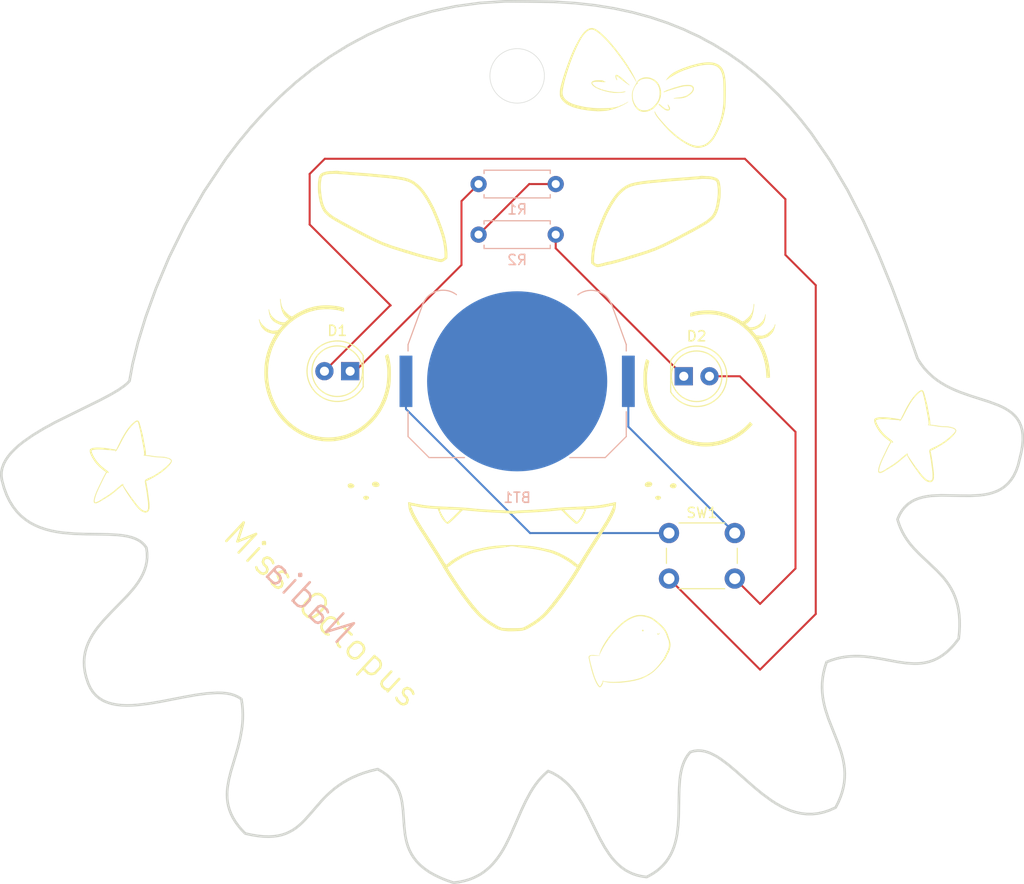
<source format=kicad_pcb>
(kicad_pcb (version 20241229) (generator "pcbnew") (generator_version "9.0")
  (layers (0 "F.Cu" signal) (2 "B.Cu" signal) (13 "F.Paste" user) (15 "B.Paste" user) (5 "F.SilkS" user "F.Silkscreen") (7 "B.SilkS" user "B.Silkscreen") (1 "F.Mask" user) (3 "B.Mask" user) (25 "Edge.Cuts" user))
  (net 0 "")
  (net 1 "Net-(BT1--)")
  (net 2 "Net-(BT1-+)")
  (net 3 "Net-(D1-K)")
  (net 4 "Net-(D2-K)")
  (net 5 "Net-(D1-A)")
  (footprint "LOGO" (layer "F.Cu") (at 164.5 106)
    (property "Reference" "G***" (hide yes))
    (property "Value" "LOGO" (hide yes))
  )
  (footprint "LOGO" (layer "F.Cu") (at 156 134)
    (property "Reference" "G***" (hide yes))
    (property "Value" "LOGO" (hide yes))
  )
  (footprint "LOGO" (layer "F.Cu") (at 159 91)
    (property "Reference" "G***" (hide yes))
    (property "Value" "LOGO" (hide yes))
  )
  (footprint "LOGO" (layer "F.Cu") (at 184.5 112)
    (property "Reference" "G***" (hide yes))
    (property "Value" "LOGO" (hide yes))
  )
  (footprint "LED_THT:LED_D5.0mm" (layer "F.Cu") (at 129 105.5 180)
    (property "Reference" "D1" (at 1.27 4 180) (layer "F.SilkS"))
    (property "Value" "LED")
    (pad "1" thru_hole rect (at 0 0 180) (size 1.8 1.8) (drill 0.9) (layers "*.Cu" "*.Mask") (net 3 "Net-(D1-K)"))
    (pad "2" thru_hole circle (at 2.54 0 180) (size 1.8 1.8) (drill 0.9) (layers "*.Cu" "*.Mask") (net 5 "Net-(D1-A)"))
  )
  (footprint "LOGO" (layer "F.Cu") (at 126.5 105.5)
    (property "Reference" "G***" (hide yes))
    (property "Value" "LOGO" (hide yes))
  )
  (footprint "Button_Switch_THT:SW_PUSH_6mm" (layer "F.Cu") (at 160.5 121.5)
    (property "Reference" "SW1" (at 3.25 -2 0) (layer "F.SilkS"))
    (property "Value" "SW_Push")
    (pad "1" thru_hole circle (at 0 0 90) (size 2 2) (drill 1.1) (layers "*.Cu" "*.Mask") (net 2 "Net-(BT1-+)"))
    (pad "1" thru_hole circle (at 6.5 0 90) (size 2 2) (drill 1.1) (layers "*.Cu" "*.Mask") (net 2 "Net-(BT1-+)"))
    (pad "2" thru_hole circle (at 0 4.5 90) (size 2 2) (drill 1.1) (layers "*.Cu" "*.Mask") (net 5 "Net-(D1-A)"))
    (pad "2" thru_hole circle (at 6.5 4.5 90) (size 2 2) (drill 1.1) (layers "*.Cu" "*.Mask") (net 5 "Net-(D1-A)"))
  )
  (footprint "LOGO" (layer "F.Cu") (at 132 90.5)
    (property "Reference" "G***" (hide yes))
    (property "Value" "LOGO" (hide yes))
  )
  (footprint "LED_THT:LED_D5.0mm" (layer "F.Cu") (at 161.96 106)
    (property "Reference" "D2" (at 1.27 -3.96 0) (layer "F.SilkS"))
    (property "Value" "LED")
    (pad "1" thru_hole rect (at 0 0) (size 1.8 1.8) (drill 0.9) (layers "*.Cu" "*.Mask") (net 4 "Net-(D2-K)"))
    (pad "2" thru_hole circle (at 2.54 0) (size 1.8 1.8) (drill 0.9) (layers "*.Cu" "*.Mask") (net 5 "Net-(D1-A)"))
  )
  (footprint "LOGO" (layer "F.Cu") (at 145 123.5)
    (property "Reference" "G***" (hide yes))
    (property "Value" "LOGO" (hide yes))
  )
  (footprint "LOGO" (layer "F.Cu") (at 157.5 78)
    (property "Reference" "G***" (hide yes))
    (property "Value" "LOGO" (hide yes))
  )
  (footprint "LOGO" (layer "F.Cu") (at 107 115)
    (property "Reference" "G***" (hide yes))
    (property "Value" "LOGO" (hide yes))
  )
  (footprint "Battery:BatteryHolder_Keystone_3034_1x20mm" (layer "B.Cu") (at 145.5 106.5)
    (property "Reference" "BT1" (at 0 11.5 0) (layer "B.SilkS") (effects (justify mirror)))
    (property "Value" "Battery_Cell")
    (pad "1" smd rect (at -10.985 0) (size 1.27 5.08) (layers "B.Cu" "B.Mask" "B.Paste") (net 2 "Net-(BT1-+)"))
    (pad "1" smd rect (at 10.985 0) (size 1.27 5.08) (layers "B.Cu" "B.Mask" "B.Paste") (net 2 "Net-(BT1-+)"))
    (pad "2" smd circle (at 0 0) (size 17.8 17.8) (layers "B.Cu" "B.Mask") (net 1 "Net-(BT1--)"))
  )
  (footprint "Resistor_THT:R_Axial_DIN0207_L6.3mm_D2.5mm_P7.62mm_Horizontal" (layer "B.Cu") (at 141.69 87)
    (property "Reference" "R1" (at 3.81 2.5 0) (layer "B.SilkS") (effects (justify mirror)))
    (property "Value" "R")
    (pad "1" thru_hole circle (at 0 0) (size 1.6 1.6) (drill 0.8) (layers "*.Cu" "*.Mask") (net 3 "Net-(D1-K)"))
    (pad "2" thru_hole oval (at 7.62 0) (size 1.6 1.6) (drill 0.8) (layers "*.Cu" "*.Mask") (net 1 "Net-(BT1--)"))
  )
  (footprint "Resistor_THT:R_Axial_DIN0207_L6.3mm_D2.5mm_P7.62mm_Horizontal" (layer "B.Cu") (at 149.31 92 180)
    (property "Reference" "R2" (at 3.81 -2.5 0) (layer "B.SilkS") (effects (justify mirror)))
    (property "Value" "R")
    (pad "1" thru_hole circle (at 0 0 180) (size 1.6 1.6) (drill 0.8) (layers "*.Cu" "*.Mask") (net 4 "Net-(D2-K)"))
    (pad "2" thru_hole oval (at 7.62 0 180) (size 1.6 1.6) (drill 0.8) (layers "*.Cu" "*.Mask") (net 1 "Net-(BT1--)"))
  )
  (gr_circle (center 145.5 76.307418) (end 148 77.307418) (stroke (width 0.05)) (fill no) (layer "Edge.Cuts"))
  (gr_poly (pts (xy 146.959308 68.956674) (xy 146.959331 68.956704) (xy 149.126006 68.987155) (xy 151.204578 69.112705) (xy 153.197559 69.330761) (xy 155.107458 69.63873) (xy 156.936787 70.034018) (xy 158.688056 70.514034) (xy 160.363778 71.076184) (xy 161.966461 71.717875) (xy 163.498618 72.436513) (xy 164.962759 73.229507) (xy 166.361396 74.094263) (xy 167.697038 75.028188) (xy 168.972198 76.028688) (xy 170.189385 77.093172) (xy 171.351111 78.219046) (xy 172.459886 79.403717) (xy 173.518222 80.644592) (xy 174.528629 81.939078) (xy 176.415701 84.678512) (xy 178.14119 87.601273) (xy 179.725181 90.68662) (xy 181.187763 93.913806) (xy 182.549023 97.262089) (xy 183.829047 100.710725) (xy 185.047923 104.238969) (xy 185.377221 104.757418) (xy 185.735679 105.225004) (xy 186.120292 105.645468) (xy 186.528058 106.022552) (xy 186.955972 106.359995) (xy 187.401032 106.661538) (xy 187.860233 106.930921) (xy 188.330572 107.171885) (xy 188.809046 107.388171) (xy 189.29265 107.583518) (xy 190.263236 107.926362) (xy 192.133817 108.525376) (xy 192.985755 108.841394) (xy 193.380373 109.016624) (xy 193.750086 109.20832) (xy 194.09189 109.420224) (xy 194.402781 109.656077) (xy 194.679756 109.919618) (xy 194.919811 110.214588) (xy 195.119943 110.544729) (xy 195.277147 110.91378) (xy 195.388421 111.325481) (xy 195.450761 111.783575) (xy 195.461163 112.2918) (xy 195.416624 112.853897) (xy 195.31414 113.473608) (xy 195.150707 114.154672) (xy 194.996971 114.781958) (xy 194.803264 115.334322) (xy 194.572142 115.816415) (xy 194.306158 116.232891) (xy 194.007867 116.588404) (xy 193.679824 116.887605) (xy 193.324584 117.135149) (xy 192.944701 117.335688) (xy 192.54273 117.493876) (xy 192.121225 117.614366) (xy 191.682742 117.701811) (xy 191.229835 117.760863) (xy 190.290967 117.812405) (xy 189.325059 117.806215) (xy 187.393873 117.769545) (xy 186.469469 117.813515) (xy 186.026506 117.867361) (xy 185.599774 117.948653) (xy 185.19183 118.062044) (xy 184.805227 118.212186) (xy 184.44252 118.403733) (xy 184.106263 118.641339) (xy 183.799012 118.929655) (xy 183.523322 119.273336) (xy 183.281745 119.677034) (xy 183.076839 120.145402) (xy 183.213497 120.58486) (xy 183.373248 120.99689) (xy 183.55412 121.383777) (xy 183.754141 121.74781) (xy 183.971338 122.091275) (xy 184.20374 122.416459) (xy 184.449374 122.72565) (xy 184.706268 123.021133) (xy 185.24595 123.580128) (xy 185.807007 124.111739) (xy 186.930143 125.165997) (xy 187.460667 125.725234) (xy 187.711267 126.020885) (xy 187.949461 126.330273) (xy 188.173279 126.655685) (xy 188.380747 126.999408) (xy 188.569894 127.363729) (xy 188.738748 127.750936) (xy 188.885337 128.163314) (xy 189.007688 128.603152) (xy 189.10383 129.072736) (xy 189.17179 129.574353) (xy 189.209596 130.11029) (xy 189.215276 130.682835) (xy 189.186859 131.294273) (xy 189.122371 131.946893) (xy 188.767237 132.409981) (xy 188.410055 132.815217) (xy 188.050689 133.165863) (xy 187.689004 133.46518) (xy 187.324863 133.716432) (xy 186.95813 133.922879) (xy 186.588669 134.087784) (xy 186.216344 134.21441) (xy 185.84102 134.306017) (xy 185.462559 134.365868) (xy 185.080827 134.397225) (xy 184.695686 134.40335) (xy 183.914637 134.352953) (xy 183.118322 134.240771) (xy 181.475544 133.935443) (xy 180.626903 133.794487) (xy 179.758644 133.696133) (xy 179.316818 133.671086) (xy 178.869678 133.666476) (xy 178.41709 133.685564) (xy 177.958916 133.731612) (xy 177.495022 133.807883) (xy 177.025271 133.917638) (xy 176.549527 134.06414) (xy 176.067653 134.25065) (xy 175.896002 134.788004) (xy 175.769044 135.309315) (xy 175.683598 135.815618) (xy 175.636482 136.307952) (xy 175.624514 136.787353) (xy 175.644514 137.25486) (xy 175.693299 137.71151) (xy 175.767686 138.15834) (xy 175.864496 138.596388) (xy 175.980546 139.026691) (xy 176.257638 139.868213) (xy 176.902707 141.503968) (xy 177.219777 142.314802) (xy 177.499266 143.132005) (xy 177.616963 143.545589) (xy 177.71572 143.963878) (xy 177.792354 144.387909) (xy 177.843685 144.81872) (xy 177.86653 145.257349) (xy 177.857708 145.704833) (xy 177.814037 146.162208) (xy 177.732336 146.630514) (xy 177.609422 147.110786) (xy 177.442114 147.604064) (xy 177.22723 148.111383) (xy 176.961589 148.633783) (xy 176.36354 148.902756) (xy 175.779718 149.096881) (xy 175.209663 149.220802) (xy 174.652914 149.279164) (xy 174.109011 149.276611) (xy 173.577494 149.217788) (xy 173.057902 149.107339) (xy 172.549775 148.94991) (xy 172.052653 148.750145) (xy 171.566074 148.512687) (xy 171.08958 148.242183) (xy 170.622708 147.943277) (xy 169.715995 147.278836) (xy 168.842251 146.556522) (xy 167.17894 145.0869) (xy 166.382008 144.413907) (xy 165.603313 143.831669) (xy 165.219654 143.586195) (xy 164.839173 143.377343) (xy 164.46141 143.209758) (xy 164.085905 143.088085) (xy 163.712198 143.016969) (xy 163.339827 143.001054) (xy 162.968333 143.044984) (xy 162.597255 143.153405) (xy 162.368552 143.434593) (xy 162.173947 143.737888) (xy 162.010636 144.061755) (xy 161.87582 144.40466) (xy 161.766695 144.765067) (xy 161.68046 145.14144) (xy 161.614314 145.532243) (xy 161.565454 145.935943) (xy 161.508387 146.775886) (xy 161.486845 147.648985) (xy 161.46068 149.445521) (xy 161.41123 150.344391) (xy 161.307648 151.227284) (xy 161.228553 151.658901) (xy 161.127521 152.081917) (xy 161.001748 152.494797) (xy 160.848434 152.896006) (xy 160.664777 153.284008) (xy 160.447975 153.657268) (xy 160.195226 154.014251) (xy 159.903728 154.35342) (xy 159.57068 154.673241) (xy 159.193279 154.972179) (xy 158.768725 155.248697) (xy 158.294215 155.50126) (xy 157.795021 155.432969) (xy 157.330498 155.323171) (xy 156.89844 155.174344) (xy 156.496637 154.988968) (xy 156.122883 154.769521) (xy 155.774968 154.518482) (xy 155.450685 154.238332) (xy 155.147826 153.931548) (xy 154.864184 153.60061) (xy 154.597549 153.247996) (xy 154.106471 152.48766) (xy 153.65693 151.670372) (xy 153.23126 150.815965) (xy 152.38088 149.075121) (xy 151.920841 148.22835) (xy 151.414019 147.42379) (xy 151.137544 147.043536) (xy 150.842748 146.681272) (xy 150.527425 146.339477) (xy 150.189366 146.020629) (xy 149.826363 145.727209) (xy 149.436207 145.461695) (xy 149.016692 145.226566) (xy 148.565608 145.024301) (xy 148.218108 145.325435) (xy 147.895334 145.649865) (xy 147.59517 145.995546) (xy 147.315497 146.360429) (xy 147.054201 146.742469) (xy 146.809164 147.139617) (xy 146.359401 147.97105) (xy 145.949277 148.838355) (xy 145.561857 149.725153) (xy 144.7874 151.491727) (xy 144.366498 152.33875) (xy 144.14022 152.746031) (xy 143.900568 153.139762) (xy 143.645426 153.517896) (xy 143.372678 153.878386) (xy 143.080207 154.219185) (xy 142.765896 154.538246) (xy 142.427628 154.833523) (xy 142.063287 155.102967) (xy 141.670757 155.344532) (xy 141.24792 155.556171) (xy 140.79266 155.735836) (xy 140.302861 155.881482) (xy 139.776405 155.99106) (xy 139.211177 156.062524) (xy 138.475539 155.809084) (xy 137.819356 155.537659) (xy 137.23792 155.249421) (xy 136.726524 154.945539) (xy 136.280458 154.627184) (xy 135.895014 154.295526) (xy 135.565485 153.951736) (xy 135.287162 153.596983) (xy 135.055337 153.232439) (xy 134.8653 152.859273) (xy 134.712345 152.478657) (xy 134.591763 152.091759) (xy 134.498845 151.699751) (xy 134.428883 151.303804) (xy 134.338995 150.504769) (xy 134.227529 148.910916) (xy 134.130618 148.134823) (xy 134.055389 147.75608) (xy 133.956033 147.385101) (xy 133.827843 147.023056) (xy 133.666109 146.671116) (xy 133.466124 146.330449) (xy 133.223179 146.002228) (xy 132.932565 145.687622) (xy 132.589576 145.387801) (xy 132.189501 145.103936) (xy 131.727634 144.837197) (xy 131.029228 145.004693) (xy 130.384286 145.198371) (xy 129.789328 145.415816) (xy 129.240873 145.654611) (xy 128.735439 145.91234) (xy 128.269545 146.186586) (xy 127.839712 146.474933) (xy 127.442457 146.774964) (xy 127.0743 147.084262) (xy 126.731759 147.400413) (xy 126.411354 147.720998) (xy 126.109604 148.043601) (xy 125.019533 149.305871) (xy 124.495922 149.886289) (xy 124.227288 150.155361) (xy 123.949462 150.40712) (xy 123.658962 150.639149) (xy 123.352307 150.849032) (xy 123.026016 151.034352) (xy 122.676608 151.192694) (xy 122.300603 151.32164) (xy 121.894519 151.418774) (xy 121.454875 151.481679) (xy 120.978191 151.50794) (xy 120.460985 151.49514) (xy 119.899776 151.440861) (xy 119.291084 151.342688) (xy 118.631427 151.198205) (xy 118.254176 150.801644) (xy 117.928358 150.409848) (xy 117.651189 150.02222) (xy 117.419882 149.638166) (xy 117.231654 149.257089) (xy 117.083719 148.878392) (xy 116.973293 148.50148) (xy 116.897591 148.125756) (xy 116.853828 147.750625) (xy 116.839219 147.375489) (xy 116.850979 146.999753) (xy 116.886323 146.622821) (xy 117.016626 145.862984) (xy 117.207848 145.091209) (xy 117.683934 143.492764) (xy 117.92424 142.656558) (xy 118.13635 141.789336) (xy 118.297985 140.886329) (xy 118.352913 140.419916) (xy 118.386866 139.942769) (xy 118.397062 139.454291) (xy 118.380715 138.953886) (xy 118.335039 138.440958) (xy 118.257251 137.91491) (xy 117.944607 137.705537) (xy 117.594576 137.543197) (xy 117.209865 137.42423) (xy 116.79318 137.344978) (xy 116.34723 137.301782) (xy 115.87472 137.290983) (xy 114.86085 137.351942) (xy 113.773227 137.498586) (xy 112.633507 137.701642) (xy 110.284394 138.159915) (xy 109.118314 138.356591) (xy 107.986758 138.492598) (xy 107.440695 138.528705) (xy 106.911384 138.538668) (xy 106.401531 138.518829) (xy 105.913845 138.465529) (xy 105.451031 138.37511) (xy 105.015798 138.243912) (xy 104.610851 138.068277) (xy 104.238899 137.844546) (xy 103.902647 137.56906) (xy 103.604803 137.238161) (xy 103.348073 136.848189) (xy 103.135165 136.395486) (xy 102.93604 135.814247) (xy 102.801459 135.257854) (xy 102.727407 134.724861) (xy 102.709872 134.213825) (xy 102.74484 133.723302) (xy 102.828299 133.251848) (xy 102.956235 132.79802) (xy 103.124634 132.360373) (xy 103.329483 131.937463) (xy 103.566769 131.527848) (xy 103.832479 131.130082) (xy 104.1226 130.742722) (xy 104.760018 129.993445) (xy 105.446919 129.268464) (xy 106.840742 127.845191) (xy 107.48345 127.123797) (xy 107.777207 126.755606) (xy 108.047216 126.380495) (xy 108.289461 125.99702) (xy 108.499931 125.603736) (xy 108.674612 125.1992) (xy 108.80949 124.781968) (xy 108.900553 124.350595) (xy 108.943787 123.903639) (xy 108.935179 123.439656) (xy 108.870715 122.9572) (xy 108.65743 122.663184) (xy 108.398738 122.416094) (xy 108.097678 122.211787) (xy 107.75729 122.046118) (xy 107.380612 121.914942) (xy 106.970683 121.814115) (xy 106.530543 121.739493) (xy 106.06323 121.686929) (xy 105.059241 121.631404) (xy 103.983028 121.614382) (xy 102.858904 121.602707) (xy 101.711179 121.563223) (xy 100.564166 121.462772) (xy 99.998524 121.379324) (xy 99.442176 121.268199) (xy 98.898162 121.125255) (xy 98.369521 120.946347) (xy 97.859291 120.727329) (xy 97.370513 120.464058) (xy 96.906223 120.152389) (xy 96.469462 119.788177) (xy 96.063269 119.367277) (xy 95.690682 118.885546) (xy 95.354741 118.338839) (xy 95.058484 117.72301) (xy 94.80495 117.033916) (xy 94.597179 116.267411) (xy 94.538837 115.85505) (xy 94.550957 115.450882) (xy 94.62941 115.054773) (xy 94.770067 114.666586) (xy 94.9688 114.286188) (xy 95.22148 113.913443) (xy 95.523977 113.548215) (xy 95.872163 113.190369) (xy 96.261909 112.839771) (xy 96.689086 112.496284) (xy 97.639218 111.830105) (xy 98.689528 111.190752) (xy 99.806985 110.577141) (xy 104.287662 108.358492) (xy 105.245389 107.85737) (xy 106.072076 107.375499) (xy 106.734693 106.911799) (xy 106.994154 106.686425) (xy 107.20021 106.465188) (xy 107.500691 104.806772) (xy 108.029007 102.671771) (xy 108.798748 100.142714) (xy 109.823508 97.302131) (xy 111.116876 94.232551) (xy 112.692446 91.016502) (xy 114.563807 87.736514) (xy 116.744552 84.475117) (xy 117.955191 82.87718) (xy 119.248273 81.314839) (xy 120.625496 79.798409) (xy 122.08856 78.338208) (xy 123.639163 76.944552) (xy 125.279005 75.627756) (xy 127.009785 74.398136) (xy 128.8332 73.26601) (xy 130.750951 72.241692) (xy 132.764737 71.335499) (xy 134.876255 70.557748) (xy 137.087206 69.918754) (xy 139.399287 69.428833) (xy 141.814199 69.098302) (xy 144.333639 68.937477)) (stroke (width 0.264582)) (fill no) (layer "Edge.Cuts"))
  (gr_text "Miss Octopus\n" (at 116 122 317) (layer "F.SilkS") (effects (font (size 2.5 2.5) (thickness 0.25) (bold yes)) (justify left bottom)))
  (gr_text "Nadia" (at 128 133 317) (layer "B.SilkS") (effects (font (size 2.5 2.5) (thickness 0.25) (bold yes)) (justify left bottom mirror)))
  (segment (start 149.31 87) (end 146.69 87) (width 0.2) (layer "F.Cu") (net 1))
  (segment (start 146.69 87) (end 141.69 92) (width 0.2) (layer "F.Cu") (net 1))
  (segment (start 145 108.5) (end 145 109) (width 0.2) (layer "B.Cu") (net 1))
  (segment (start 134.515 109.24) (end 146.775 121.5) (width 0.2) (layer "B.Cu") (net 2))
  (segment (start 156.485 110.985) (end 167 121.5) (width 0.2) (layer "B.Cu") (net 2))
  (segment (start 156.485 106.5) (end 156.485 110.985) (width 0.2) (layer "B.Cu") (net 2))
  (segment (start 146.775 121.5) (end 160.5 121.5) (width 0.2) (layer "B.Cu") (net 2))
  (segment (start 134.515 106.5) (end 134.515 109.24) (width 0.2) (layer "B.Cu") (net 2))
  (segment (start 128.19 104.69) (end 129 105.5) (width 0.2) (layer "F.Cu") (net 3))
  (segment (start 140 95) (end 140 88.69) (width 0.2) (layer "F.Cu") (net 3))
  (segment (start 140 88.69) (end 141.69 87) (width 0.2) (layer "F.Cu") (net 3))
  (segment (start 129 105.5) (end 129.5 105.5) (width 0.2) (layer "F.Cu") (net 3))
  (segment (start 129.5 105.5) (end 140 95) (width 0.2) (layer "F.Cu") (net 3))
  (segment (start 149.31 92) (end 149.31 93.35) (width 0.2) (layer "F.Cu") (net 4))
  (segment (start 149.31 93.35) (end 161.96 106) (width 0.2) (layer "F.Cu") (net 4))
  (segment (start 162.31 105.65) (end 161.96 106) (width 0.2) (layer "F.Cu") (net 4))
  (segment (start 175 129.5) (end 169.5 135) (width 0.2) (layer "F.Cu") (net 5))
  (segment (start 173 111.5) (end 167.5 106) (width 0.2) (layer "F.Cu") (net 5))
  (segment (start 125 91) (end 125 86) (width 0.2) (layer "F.Cu") (net 5))
  (segment (start 169.5 135) (end 160.5 126) (width 0.2) (layer "F.Cu") (net 5))
  (segment (start 132.96 99) (end 133 99) (width 0.2) (layer "F.Cu") (net 5))
  (segment (start 133 99) (end 125 91) (width 0.2) (layer "F.Cu") (net 5))
  (segment (start 173 125) (end 173 111.5) (width 0.2) (layer "F.Cu") (net 5))
  (segment (start 167 126) (end 169.5 128.5) (width 0.2) (layer "F.Cu") (net 5))
  (segment (start 175 129.5) (end 175 97) (width 0.2) (layer "F.Cu") (net 5))
  (segment (start 175 97) (end 172 94) (width 0.2) (layer "F.Cu") (net 5))
  (segment (start 172 88.5) (end 168 84.5) (width 0.2) (layer "F.Cu") (net 5))
  (segment (start 169.5 128.5) (end 173 125) (width 0.2) (layer "F.Cu") (net 5))
  (segment (start 172 94) (end 172 88.5) (width 0.2) (layer "F.Cu") (net 5))
  (segment (start 126.46 105.5) (end 132.96 99) (width 0.2) (layer "F.Cu") (net 5))
  (segment (start 167.5 106) (end 164.5 106) (width 0.2) (layer "F.Cu") (net 5))
  (segment (start 125 86) (end 126.5 84.5) (width 0.2) (layer "F.Cu") (net 5))
  (segment (start 126.5 84.5) (end 168 84.5) (width 0.2) (layer "F.Cu") (net 5))
)
</source>
